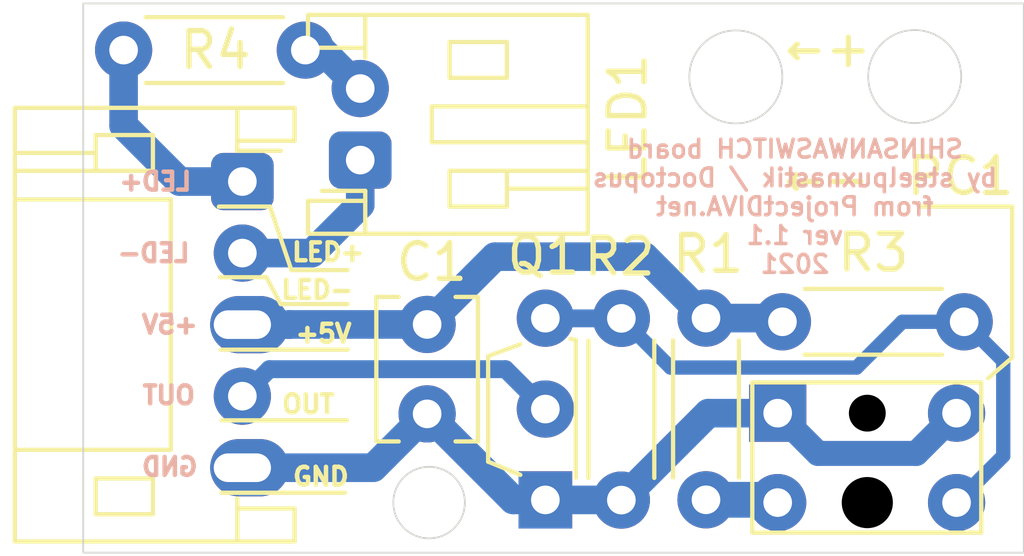
<source format=kicad_pcb>
(kicad_pcb (version 20210722) (generator pcbnew)
  (layers (0 "F.Cu" signal) (31 "B.Cu" signal) (34 "B.Paste" user) (35 "F.Paste" user) (36 "B.SilkS" user "B.Silkscreen") (37 "F.SilkS" user "F.Silkscreen") (38 "B.Mask" user) (39 "F.Mask" user) (44 "Edge.Cuts" user))
  (net 0 "")
  (net 1 "GND")
  (net 2 "Net-(LED1-Pad2)")
  (net 3 "Net-(PC1-Pad2)")
  (net 4 "Net-(PC1-Pad3)")
  (net 5 "/OUT")
  (net 6 "/+12V")
  (net 7 "/GNDA")
  (net 8 "/+5V")
  (footprint "Resistor_THT:R_Axial_DIN0204_L3.6mm_D1.6mm_P5.08mm_Horizontal" (layer "F.Cu") (at 128.985 76.05)
    (fp_text reference "R4" (at 2.565 0) (layer "F.SilkS"))
    (fp_text value "470")
    (fp_line (start 0.62 0.92) (end 4.46 0.92) (layer "F.SilkS") (width 0.12))
    (fp_line (start 0.62 -0.92) (end 4.46 -0.92) (layer "F.SilkS") (width 0.12))
    (pad "1" thru_hole circle locked (at 0 0) (size 1.6 1.6) (drill 0.8) (layers *.Cu *.Mask) (net 6 "/+12V"))
    (pad "2" thru_hole circle locked (at 5.08 0) (size 1.6 1.6) (drill 0.8) (layers *.Cu *.Mask) (net 2 "Net-(LED1-Pad2)"))
  )
  (footprint "Capacitor_THT:C_Disc_D3.8mm_W2.6mm_P2.50mm" (layer "F.Cu") (at 137.47 86.22 90)
    (fp_text reference "C1" (at 4.245 0.13 180) (layer "F.SilkS"))
    (fp_text value "0.1uf" hide)
    (fp_line (start 3.27 0.795) (end 3.27 1.42) (layer "F.SilkS") (width 0.12))
    (fp_line (start -0.77 -1.42) (end -0.77 -0.795) (layer "F.SilkS") (width 0.12))
    (fp_line (start 3.27 -1.42) (end 3.27 -0.795) (layer "F.SilkS") (width 0.12))
    (fp_line (start -0.77 1.42) (end 3.27 1.42) (layer "F.SilkS") (width 0.12))
    (fp_line (start -0.77 0.795) (end -0.77 1.42) (layer "F.SilkS") (width 0.12))
    (fp_line (start -0.77 -1.42) (end 3.27 -1.42) (layer "F.SilkS") (width 0.12))
    (pad "1" thru_hole circle locked (at 0 0 90) (size 1.6 1.6) (drill 0.8) (layers *.Cu *.Mask) (net 1 "GND"))
    (pad "2" thru_hole circle locked (at 2.5 0 90) (size 1.6 1.6) (drill 0.8) (layers *.Cu *.Mask) (net 8 "/+5V"))
  )
  (footprint "Package_TO_SOT_THT:TO-92S_Wide" (layer "F.Cu") (at 140.775 88.625 90)
    (fp_text reference "Q1" (at 6.825 -0.05 180) (layer "F.SilkS"))
    (fp_text value "2SC5395")
    (fp_line (start 4.35 -0.7) (end 4.02 -1.6) (layer "F.SilkS") (width 0.12))
    (fp_line (start 0.62 0.85) (end 4.47 0.85) (layer "F.SilkS") (width 0.12))
    (fp_line (start 1.07 -1.6) (end 0.7 -0.7) (layer "F.SilkS") (width 0.12))
    (fp_line (start 4.47 0.85) (end 4.5 0.7) (layer "F.SilkS") (width 0.12))
    (fp_line (start 4.02 -1.6) (end 1.07 -1.6) (layer "F.SilkS") (width 0.12))
    (pad "1" thru_hole rect locked (at 0 0 90) (size 1.6 1.5) (drill 0.8) (layers *.Cu *.Mask) (net 1 "GND"))
    (pad "2" thru_hole circle locked (at 2.54 0 90) (size 1.6 1.6) (drill 0.8) (layers *.Cu *.Mask) (net 5 "/OUT"))
    (pad "3" thru_hole circle locked (at 5.08 0 90) (size 1.6 1.6) (drill 0.8) (layers *.Cu *.Mask) (net 4 "Net-(PC1-Pad3)"))
  )
  (footprint "Resistor_THT:R_Axial_DIN0204_L3.6mm_D1.6mm_P5.08mm_Horizontal" (layer "F.Cu") (at 145.265299 83.541846 -90)
    (fp_text reference "R1" (at -1.791846 -0.059701) (layer "F.SilkS"))
    (fp_text value "330")
    (fp_line (start 0.62 -0.92) (end 4.46 -0.92) (layer "F.SilkS") (width 0.12))
    (fp_line (start 0.62 0.92) (end 4.46 0.92) (layer "F.SilkS") (width 0.12))
    (pad "1" thru_hole circle locked (at 0 0 270) (size 1.6 1.6) (drill 0.8) (layers *.Cu *.Mask) (net 8 "/+5V"))
    (pad "2" thru_hole circle locked (at 5.08 0 270) (size 1.6 1.6) (drill 0.8) (layers *.Cu *.Mask) (net 3 "Net-(PC1-Pad2)"))
  )
  (footprint "Connector_JST:JST_PH_S2B-PH-K_1x02_P2.00mm_Horizontal" (layer "F.Cu") (at 135.6 79.125 90)
    (fp_text reference "LED1" (at 1.125 7.475 270) (layer "F.SilkS"))
    (fp_text value "Conn_01x02_Female" hide)
    (fp_line (start 0.5 2) (end 1.5 2) (layer "F.SilkS") (width 0.12))
    (fp_line (start -2.06 0.14) (end -1.14 0.14) (layer "F.SilkS") (width 0.12))
    (fp_line (start -1.3 2.5) (end -1.3 4.1) (layer "F.SilkS") (width 0.12))
    (fp_line (start 2.3 2.5) (end 3.3 2.5) (layer "F.SilkS") (width 0.12))
    (fp_line (start -0.86 0.14) (end -0.86 -1.075) (layer "F.SilkS") (width 0.12))
    (fp_line (start 3.3 4.1) (end 2.3 4.1) (layer "F.SilkS") (width 0.12))
    (fp_line (start -0.8 4.1) (end -0.8 6.36) (layer "F.SilkS") (width 0.12))
    (fp_line (start -1.3 4.1) (end -0.3 4.1) (layer "F.SilkS") (width 0.12))
    (fp_line (start 2.3 4.1) (end 2.3 2.5) (layer "F.SilkS") (width 0.12))
    (fp_line (start -0.86 0.14) (end -1.14 0.14) (layer "F.SilkS") (width 0.12))
    (fp_line (start 3.14 0.14) (end 2.86 0.14) (layer "F.SilkS") (width 0.12))
    (fp_line (start -1.14 -1.46) (end -2.06 -1.46) (layer "F.SilkS") (width 0.12))
    (fp_line (start -2.06 -1.46) (end -2.06 6.36) (layer "F.SilkS") (width 0.12))
    (fp_line (start 4.06 0.14) (end 3.14 0.14) (layer "F.SilkS") (width 0.12))
    (fp_line (start -1.14 0.14) (end -1.14 -1.46) (layer "F.SilkS") (width 0.12))
    (fp_line (start -2.06 6.36) (end 4.06 6.36) (layer "F.SilkS") (width 0.12))
    (fp_line (start -0.3 2.5) (end -1.3 2.5) (layer "F.SilkS") (width 0.12))
    (fp_line (start 1.5 2) (end 1.5 6.36) (layer "F.SilkS") (width 0.12))
    (fp_line (start 0.5 6.36) (end 0.5 2) (layer "F.SilkS") (width 0.12))
    (fp_line (start 3.14 -1.46) (end 3.14 0.14) (layer "F.SilkS") (width 0.12))
    (fp_line (start -0.3 4.1) (end -0.3 6.36) (layer "F.SilkS") (width 0.12))
    (fp_line (start -0.3 4.1) (end -0.3 2.5) (layer "F.SilkS") (width 0.12))
    (fp_line (start 3.3 2.5) (end 3.3 4.1) (layer "F.SilkS") (width 0.12))
    (fp_line (start 4.06 6.36) (end 4.06 -1.46) (layer "F.SilkS") (width 0.12))
    (fp_line (start 4.06 -1.46) (end 3.14 -1.46) (layer "F.SilkS") (width 0.12))
    (pad "1" thru_hole roundrect locked (at 0 0 90) (size 1.6 1.75) (drill 0.8) (layers *.Cu *.Mask) (roundrect_rratio 0.208) (net 7 "/GNDA"))
    (pad "2" thru_hole circle locked (at 2 0 90) (size 1.6 1.6) (drill 0.8) (layers *.Cu *.Mask) (net 2 "Net-(LED1-Pad2)"))
  )
  (footprint "Resistor_THT:R_Axial_DIN0204_L3.6mm_D1.6mm_P5.08mm_Horizontal" (layer "F.Cu") (at 142.9 83.55 -90)
    (fp_text reference "R2" (at -1.725 0.05 180) (layer "F.SilkS"))
    (fp_text value "10K")
    (fp_line (start 0.62 0.92) (end 4.46 0.92) (layer "F.SilkS") (width 0.12))
    (fp_line (start 0.62 -0.92) (end 4.46 -0.92) (layer "F.SilkS") (width 0.12))
    (pad "1" thru_hole circle locked (at 0 0 270) (size 1.6 1.6) (drill 0.8) (layers *.Cu *.Mask) (net 4 "Net-(PC1-Pad3)"))
    (pad "2" thru_hole circle locked (at 5.08 0 270) (size 1.6 1.6) (drill 0.8) (layers *.Cu *.Mask) (net 1 "GND"))
  )
  (footprint "Connector_JST:JST_PH_S5B-PH-K_1x05_P2.00mm_Horizontal" (layer "F.Cu") (at 132.304628 79.725 -90)
    (fp_text reference "J1" hide)
    (fp_text value "Conn_01x05_Male" hide)
    (fp_line (start -2.06 6.36) (end 10.06 6.36) (layer "F.SilkS") (width 0.12))
    (fp_line (start -0.86 0.14) (end -1.14 0.14) (layer "F.SilkS") (width 0.12))
    (fp_line (start -0.8 4.1) (end -0.8 6.36) (layer "F.SilkS") (width 0.12))
    (fp_line (start -0.3 2.5) (end -1.3 2.5) (layer "F.SilkS") (width 0.12))
    (fp_line (start -0.3 4.1) (end -0.3 2.5) (layer "F.SilkS") (width 0.12))
    (fp_line (start 10.06 -1.46) (end 9.14 -1.46) (layer "F.SilkS") (width 0.12))
    (fp_line (start 8.3 4.1) (end 8.3 2.5) (layer "F.SilkS") (width 0.12))
    (fp_line (start -1.3 4.1) (end -0.3 4.1) (layer "F.SilkS") (width 0.12))
    (fp_line (start -2.06 0.14) (end -1.14 0.14) (layer "F.SilkS") (width 0.12))
    (fp_line (start 9.3 2.5) (end 9.3 4.1) (layer "F.SilkS") (width 0.12))
    (fp_line (start 0.5 2) (end 7.5 2) (layer "F.SilkS") (width 0.12))
    (fp_line (start 9.3 4.1) (end 8.3 4.1) (layer "F.SilkS") (width 0.12))
    (fp_line (start -1.3 2.5) (end -1.3 4.1) (layer "F.SilkS") (width 0.12))
    (fp_line (start -0.86 0.14) (end -0.86 -1.075) (layer "F.SilkS") (width 0.12))
    (fp_line (start 7.5 2) (end 7.5 6.36) (layer "F.SilkS") (width 0.12))
    (fp_line (start 9.14 -1.46) (end 9.14 0.14) (layer "F.SilkS") (width 0.12))
    (fp_line (start -2.06 -1.46) (end -2.06 6.36) (layer "F.SilkS") (width 0.12))
    (fp_line (start 9.14 0.14) (end 8.86 0.14) (layer "F.SilkS") (width 0.12))
    (fp_line (start -1.14 0.14) (end -1.14 -1.46) (layer "F.SilkS") (width 0.12))
    (fp_line (start 10.06 6.36) (end 10.06 -1.46) (layer "F.SilkS") (width 0.12))
    (fp_line (start 10.06 0.14) (end 9.14 0.14) (layer "F.SilkS") (width 0.12))
    (fp_line (start 0.5 6.36) (end 0.5 2) (layer "F.SilkS") (width 0.12))
    (fp_line (start 8.3 2.5) (end 9.3 2.5) (layer "F.SilkS") (width 0.12))
    (fp_line (start -1.14 -1.46) (end -2.06 -1.46) (layer "F.SilkS") (width 0.12))
    (fp_line (start -0.3 4.1) (end -0.3 6.36) (layer "F.SilkS") (width 0.12))
    (pad "1" thru_hole roundrect locked (at 0 0 270) (size 1.6 1.75) (drill 0.8) (layers *.Cu *.Mask) (roundrect_rratio 0.208) (net 6 "/+12V"))
    (pad "2" thru_hole circle locked (at 2 0 270) (size 1.6 1.6) (drill 0.8) (layers *.Cu *.Mask) (net 7 "/GNDA"))
    (pad "3" thru_hole oval locked (at 4 0 270) (size 1.6 2.2) (drill oval 0.8 1.6 (offset 0 -0.2)) (layers *.Cu *.Mask) (net 8 "/+5V"))
    (pad "4" thru_hole circle locked (at 6 0 270) (size 1.6 1.6) (drill 0.8) (layers *.Cu *.Mask) (net 5 "/OUT"))
    (pad "5" thru_hole oval locked (at 8 0 270) (size 1.6 2.2) (drill oval 0.8 1.6 (offset 0 -0.2)) (layers *.Cu *.Mask) (net 1 "GND"))
  )
  (footprint "RPI-221:RPI-352" (layer "F.Cu") (at 146.5 89.6)
    (fp_text reference "PC1" (at 5.875 -10.025 unlocked) (layer "F.SilkS"))
    (fp_text value "RPI-352")
    (fp_line (start 0.06 -4.26) (end 6.46 -4.26) (layer "F.SilkS") (width 0.12))
    (fp_line (start 6.46 -0.06) (end 0.06 -0.06) (layer "F.SilkS") (width 0.12))
    (fp_line (start 6.46 -4.26) (end 6.46 -0.06) (layer "F.SilkS") (width 0.12))
    (fp_line (start 0.06 -0.06) (end 0.06 -4.26) (layer "F.SilkS") (width 0.12))
    (pad "" np_thru_hole circle locked (at 3.275 -3.4) (size 1.03 1.03) (drill 1.03) (layers *.Mask))
    (pad "" np_thru_hole circle locked (at 3.275 -0.9) (size 1.43 1.43) (drill 1.43) (layers *.Mask))
    (pad "1" thru_hole rect locked (at 0.77 -3.4) (size 1.6 1.6) (drill oval 0.8) (layers *.Cu *.Mask) (net 1 "GND"))
    (pad "2" thru_hole circle locked (at 0.77 -0.9) (size 1.6 1.6) (drill oval 0.8) (layers *.Cu *.Mask) (net 3 "Net-(PC1-Pad2)"))
    (pad "3" thru_hole circle locked (at 5.77 -0.9) (size 1.6 1.6) (drill oval 0.8) (layers *.Cu *.Mask) (net 4 "Net-(PC1-Pad3)"))
    (pad "4" thru_hole circle locked (at 5.77 -3.4) (size 1.6 1.6) (drill oval 0.8) (layers *.Cu *.Mask) (net 1 "GND"))
  )
  (footprint "Resistor_THT:R_Axial_DIN0204_L3.6mm_D1.6mm_P5.08mm_Horizontal" (layer "F.Cu") (at 147.402511 83.645663)
    (fp_text reference "R3" (at 2.540845 -1.932197 180) (layer "F.SilkS"))
    (fp_text value "22K")
    (fp_line (start 0.62 -0.92) (end 4.46 -0.92) (layer "F.SilkS") (width 0.12))
    (fp_line (start 0.62 0.92) (end 4.46 0.92) (layer "F.SilkS") (width 0.12))
    (pad "1" thru_hole circle locked (at 0 0) (size 1.6 1.6) (drill 0.8) (layers *.Cu *.Mask) (net 8 "/+5V"))
    (pad "2" thru_hole circle locked (at 5.08 0) (size 1.6 1.6) (drill 0.8) (layers *.Cu *.Mask) (net 4 "Net-(PC1-Pad3)"))
  )
  (gr_line (start 135.175 88.425) (end 131.725 88.425) (layer "F.SilkS") (width 0.12))
  (gr_line (start 135.25 84.425) (end 131.7 84.425) (layer "F.SilkS") (width 0.12))
  (gr_line (start 131.65 80.425) (end 133.075 80.425) (layer "F.SilkS") (width 0.12))
  (gr_line (start 133.075 80.425) (end 133.675 82.2) (layer "F.SilkS") (width 0.12))
  (gr_line (start 132.975 82.4) (end 131.675 82.4) (layer "F.SilkS") (width 0.12))
  (gr_line (start 133.675 82.2) (end 135.25 82.2) (layer "F.SilkS") (width 0.12))
  (gr_line (start 133.375 83.15) (end 135.25 83.15) (layer "F.SilkS") (width 0.12))
  (gr_line (start 153.825 84.65) (end 153.825 80.425) (layer "F.SilkS") (width 0.12))
  (gr_line (start 153.825 80.425) (end 151.25 80.425) (layer "F.SilkS") (width 0.12))
  (gr_line (start 135.225 86.4) (end 131.725 86.4) (layer "F.SilkS") (width 0.12))
  (gr_line (start 132.975 82.4) (end 133.375 83.15) (layer "F.SilkS") (width 0.12))
  (gr_line (start 153.15 85.225) (end 153.825 84.65) (layer "F.SilkS") (width 0.12))
  (gr_rect (start 127.85651 74.746407) (end 154.15 90.1) (layer "Edge.Cuts") (width 0.05) (fill none))
  (gr_circle (center 146.1 76.8) (end 147.4 76.8) (layer "Edge.Cuts") (width 0.05) (fill none))
  (gr_circle (center 151.1 76.79) (end 152.4 76.79) (layer "Edge.Cuts") (width 0.05) (fill none))
  (gr_circle (center 137.525 88.7) (end 138.525 88.7) (layer "Edge.Cuts") (width 0.05) (fill none))
  (gr_text "GND" (at 130.275 87.7) (layer "B.SilkS") (effects (font (size 0.5 0.5) (thickness 0.125)) (justify mirror)))
  (gr_text "OUT" (at 130.25 85.7) (layer "B.SilkS") (effects (font (size 0.5 0.5) (thickness 0.125)) (justify mirror)))
  (gr_text "SHINSANWASWITCH board\nby steelpuxnastik / Doctopus\nfrom ProjectDIVA.net\nver 1.1\n2021" (at 147.75 80.425) (layer "B.SilkS") (effects (font (size 0.5 0.5) (thickness 0.1)) (justify mirror)))
  (gr_text "LED+" (at 129.875 79.725) (layer "B.SilkS") (effects (font (size 0.5 0.5) (thickness 0.125)) (justify mirror)))
  (gr_text "LED-" (at 129.825 81.725) (layer "B.SilkS") (effects (font (size 0.5 0.5) (thickness 0.125)) (justify mirror)))
  (gr_text "+5V" (at 130.275 83.725) (layer "B.SilkS") (effects (font (size 0.5 0.5) (thickness 0.125)) (justify mirror)))
  (gr_text "LED+" (at 134.7 81.7) (layer "F.SilkS") (effects (font (size 0.5 0.5) (thickness 0.125))))
  (gr_text "LED-" (at 134.4 82.75) (layer "F.SilkS") (effects (font (size 0.5 0.5) (thickness 0.125))))
  (gr_text "←+" (at 148.625 76) (layer "F.SilkS") (effects (font (size 1 1))))
  (gr_text "←-" (at 148.6 79.65) (layer "F.SilkS") (effects (font (size 1 1))))
  (gr_text "OUT" (at 134.15 85.95) (layer "F.SilkS") (effects (font (size 0.5 0.5) (thickness 0.125))))
  (gr_text "+5V" (at 134.575 83.975) (layer "F.SilkS") (effects (font (size 0.5 0.5) (thickness 0.125))))
  (gr_text "GND" (at 134.5 87.975) (layer "F.SilkS") (effects (font (size 0.5 0.5) (thickness 0.125))))
  (segment (start 151.145 87.325) (end 148.395 87.325) (width 0.7) (layer "B.Cu") (net 1))
  (segment (start 148.395 87.325) (end 147.27 86.2) (width 0.7) (layer "B.Cu") (net 1))
  (segment (start 140.775 88.625) (end 139.875 88.625) (width 0.8) (layer "B.Cu") (net 1))
  (segment (start 142.9 88.63) (end 145.33 86.2) (width 0.8) (layer "B.Cu") (net 1))
  (segment (start 135.965 87.725) (end 137.47 86.22) (width 0.8) (layer "B.Cu") (net 1))
  (segment (start 140.775 88.625) (end 142.895 88.625) (width 0.8) (layer "B.Cu") (net 1))
  (segment (start 139.875 88.625) (end 137.47 86.22) (width 0.8) (layer "B.Cu") (net 1))
  (segment (start 145.33 86.2) (end 147.27 86.2) (width 0.8) (layer "B.Cu") (net 1))
  (segment (start 132.304628 87.725) (end 135.965 87.725) (width 0.8) (layer "B.Cu") (net 1))
  (segment (start 152.27 86.2) (end 151.145 87.325) (width 0.7) (layer "B.Cu") (net 1))
  (segment (start 142.895 88.625) (end 142.9 88.63) (width 0.7) (layer "B.Cu") (net 1))
  (segment (start 134.525 76.05) (end 135.6 77.125) (width 0.8) (layer "B.Cu") (net 2))
  (segment (start 134.065 76.05) (end 134.525 76.05) (width 0.8) (layer "B.Cu") (net 2))
  (segment (start 145.265299 88.621846) (end 147.191846 88.621846) (width 1) (layer "B.Cu") (net 3))
  (segment (start 152.482511 83.645663) (end 150.754337 83.645663) (width 0.4) (layer "B.Cu") (net 4))
  (segment (start 150.754337 83.645663) (end 149.475 84.925) (width 0.4) (layer "B.Cu") (net 4))
  (segment (start 140.78 83.55) (end 140.775 83.545) (width 0.4) (layer "B.Cu") (net 4))
  (segment (start 152.482511 83.645663) (end 153.575 84.738152) (width 0.4) (layer "B.Cu") (net 4))
  (segment (start 153.575 87.395) (end 152.27 88.7) (width 0.4) (layer "B.Cu") (net 4))
  (segment (start 142.9 83.55) (end 140.78 83.55) (width 0.5) (layer "B.Cu") (net 4))
  (segment (start 149.475 84.925) (end 144.275 84.925) (width 0.4) (layer "B.Cu") (net 4))
  (segment (start 144.275 84.925) (end 142.9 83.55) (width 0.4) (layer "B.Cu") (net 4))
  (segment (start 153.575 84.738152) (end 153.575 87.395) (width 0.4) (layer "B.Cu") (net 4))
  (segment (start 142.9 83.55) (end 142.64 83.55) (width 0.4) (layer "B.Cu") (net 4))
  (segment (start 133.059139 84.970489) (end 132.304628 85.725) (width 0.5) (layer "B.Cu") (net 5))
  (segment (start 139.660489 84.970489) (end 133.059139 84.970489) (width 0.5) (layer "B.Cu") (net 5))
  (segment (start 140.775 86.085) (end 139.660489 84.970489) (width 0.5) (layer "B.Cu") (net 5))
  (segment (start 128.985 78.16) (end 128.985 76.05) (width 0.8) (layer "B.Cu") (net 6))
  (segment (start 130.55 79.725) (end 128.985 78.16) (width 0.8) (layer "B.Cu") (net 6))
  (segment (start 132.304628 79.725) (end 130.55 79.725) (width 0.8) (layer "B.Cu") (net 6))
  (segment (start 134.25 81.725) (end 135.6 80.375) (width 0.8) (layer "B.Cu") (net 7))
  (segment (start 132.304628 81.725) (end 134.25 81.725) (width 0.8) (layer "B.Cu") (net 7))
  (segment (start 135.6 80.375) (end 135.6 79.125) (width 0.8) (layer "B.Cu") (net 7))
  (segment (start 137.47 83.72) (end 139.365 81.825) (width 0.8) (layer "B.Cu") (net 8))
  (segment (start 133.62 83.72) (end 133.615 83.725) (width 0.8) (layer "B.Cu") (net 8))
  (segment (start 147.298694 83.541846) (end 147.402511 83.645663) (width 0.7) (layer "B.Cu") (net 8))
  (segment (start 133.615 83.725) (end 132.304628 83.725) (width 0.8) (layer "B.Cu") (net 8))
  (segment (start 143.548453 81.825) (end 145.265299 83.541846) (width 0.8) (layer "B.Cu") (net 8))
  (segment (start 139.365 81.825) (end 143.548453 81.825) (width 0.8) (layer "B.Cu") (net 8))
  (segment (start 145.265299 83.541846) (end 147.298694 83.541846) (width 0.8) (layer "B.Cu") (net 8))
  (segment (start 137.47 83.72) (end 133.62 83.72) (width 0.8) (layer "B.Cu") (net 8))
)
</source>
